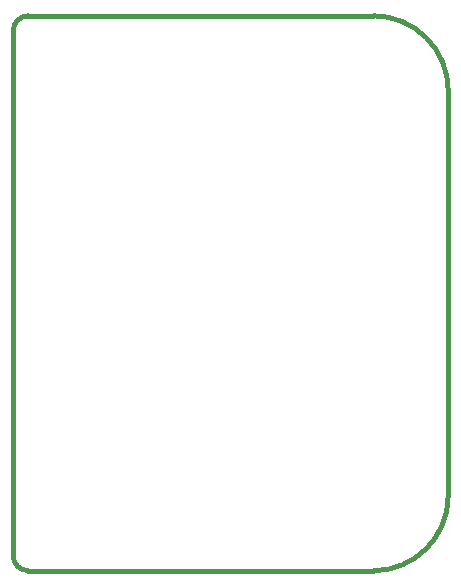
<source format=gbr>
%TF.GenerationSoftware,KiCad,Pcbnew,(5.1.2)-2*%
%TF.CreationDate,2019-08-30T16:56:42-04:00*%
%TF.ProjectId,ButtonInterfaceBoard 0-2,42757474-6f6e-4496-9e74-657266616365,rev?*%
%TF.SameCoordinates,Original*%
%TF.FileFunction,Profile,NP*%
%FSLAX46Y46*%
G04 Gerber Fmt 4.6, Leading zero omitted, Abs format (unit mm)*
G04 Created by KiCad (PCBNEW (5.1.2)-2) date 2019-08-30 16:56:42*
%MOMM*%
%LPD*%
G04 APERTURE LIST*
%ADD10C,0.381000*%
G04 APERTURE END LIST*
D10*
X91440000Y-100965000D02*
G75*
G02X90170000Y-99695000I0J1270000D01*
G01*
X90170000Y-55245000D02*
G75*
G02X91440000Y-53975000I1270000J0D01*
G01*
X120650000Y-53975000D02*
G75*
G02X127000000Y-60325000I0J-6350000D01*
G01*
X127000000Y-94615000D02*
G75*
G02X120650000Y-100965000I-6350000J0D01*
G01*
X90170000Y-99695000D02*
X90170000Y-55245000D01*
X120650000Y-100965000D02*
X91440000Y-100965000D01*
X127000000Y-60325000D02*
X127000000Y-94615000D01*
X91440000Y-53975000D02*
X120650000Y-53975000D01*
M02*

</source>
